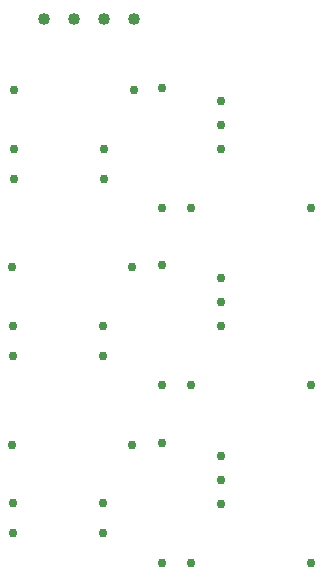
<source format=gbr>
G04 PROTEUS GERBER X2 FILE*
%TF.GenerationSoftware,Labcenter,Proteus,8.6-SP2-Build23525*%
%TF.CreationDate,2017-06-21T11:24:34+00:00*%
%TF.FileFunction,Plated,1,2,PTH*%
%TF.FilePolarity,Positive*%
%TF.Part,Single*%
%FSLAX45Y45*%
%MOMM*%
G01*
%TA.AperFunction,ComponentDrill*%
%ADD71C,0.762000*%
%TA.AperFunction,ComponentDrill*%
%ADD20C,1.016000*%
%TD.AperFunction*%
D71*
X-7250000Y+3656400D03*
X-7250000Y+3453200D03*
X-7250000Y+3250000D03*
X-7250000Y+2156400D03*
X-7250000Y+1953200D03*
X-7250000Y+1750000D03*
X-7250000Y+656400D03*
X-7250000Y+453200D03*
X-7250000Y+250000D03*
X-7500000Y+2750000D03*
X-6484000Y+2750000D03*
X-7750000Y+2750000D03*
X-7750000Y+3766000D03*
X-9000000Y+3250000D03*
X-9000000Y+2996000D03*
X-8238000Y+2996000D03*
X-8238000Y+3250000D03*
X-7984000Y+3750000D03*
X-9000000Y+3750000D03*
X-7500000Y+1250000D03*
X-6484000Y+1250000D03*
X-7500000Y-250000D03*
X-6484000Y-250000D03*
X-7750000Y+1250000D03*
X-7750000Y+2266000D03*
X-8000000Y+2250000D03*
X-9016000Y+2250000D03*
X-7750000Y-250000D03*
X-7750000Y+766000D03*
X-8000000Y+750000D03*
X-9016000Y+750000D03*
X-9012000Y+1754000D03*
X-9012000Y+1500000D03*
X-8250000Y+1500000D03*
X-8250000Y+1754000D03*
X-9012000Y+254000D03*
X-9012000Y+0D03*
X-8250000Y+0D03*
X-8250000Y+254000D03*
D20*
X-8750000Y+4350000D03*
X-8496000Y+4350000D03*
X-8242000Y+4350000D03*
X-7988000Y+4350000D03*
M02*

</source>
